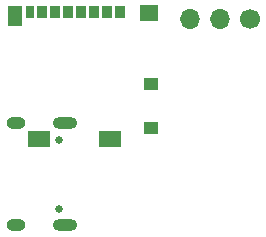
<source format=gbr>
%TF.GenerationSoftware,KiCad,Pcbnew,7.0.5-0*%
%TF.CreationDate,2023-06-19T10:32:09+08:00*%
%TF.ProjectId,slimarm_carambola,736c696d-6172-46d5-9f63-6172616d626f,rev?*%
%TF.SameCoordinates,Original*%
%TF.FileFunction,Soldermask,Bot*%
%TF.FilePolarity,Negative*%
%FSLAX46Y46*%
G04 Gerber Fmt 4.6, Leading zero omitted, Abs format (unit mm)*
G04 Created by KiCad (PCBNEW 7.0.5-0) date 2023-06-19 10:32:09*
%MOMM*%
%LPD*%
G01*
G04 APERTURE LIST*
%ADD10C,1.700000*%
%ADD11O,1.700000X1.700000*%
%ADD12C,0.650000*%
%ADD13O,2.100000X1.000000*%
%ADD14O,1.600000X1.000000*%
%ADD15R,0.850000X1.100000*%
%ADD16R,0.750000X1.100000*%
%ADD17R,1.200000X1.000000*%
%ADD18R,1.550000X1.350000*%
%ADD19R,1.900000X1.350000*%
%ADD20R,1.170000X1.800000*%
G04 APERTURE END LIST*
D10*
%TO.C,J5*%
X37480000Y-14180000D03*
D11*
X34940000Y-14180000D03*
X32400000Y-14180000D03*
%TD*%
D12*
%TO.C,J1*%
X21331000Y-24430000D03*
X21331000Y-30210000D03*
D13*
X21861000Y-23000000D03*
D14*
X17681000Y-23000000D03*
D13*
X21861000Y-31640000D03*
D14*
X17681000Y-31640000D03*
%TD*%
D15*
%TO.C,J3*%
X26500000Y-13530000D03*
X25400000Y-13530000D03*
X24300000Y-13530000D03*
X23200000Y-13530000D03*
X22100000Y-13530000D03*
X21000000Y-13530000D03*
X19900000Y-13530000D03*
D16*
X18850000Y-13530000D03*
D17*
X29135000Y-19680000D03*
X29135000Y-23380000D03*
D18*
X28960000Y-13655000D03*
D19*
X25635000Y-24355000D03*
X19665000Y-24355000D03*
D20*
X17640000Y-13880000D03*
%TD*%
M02*

</source>
